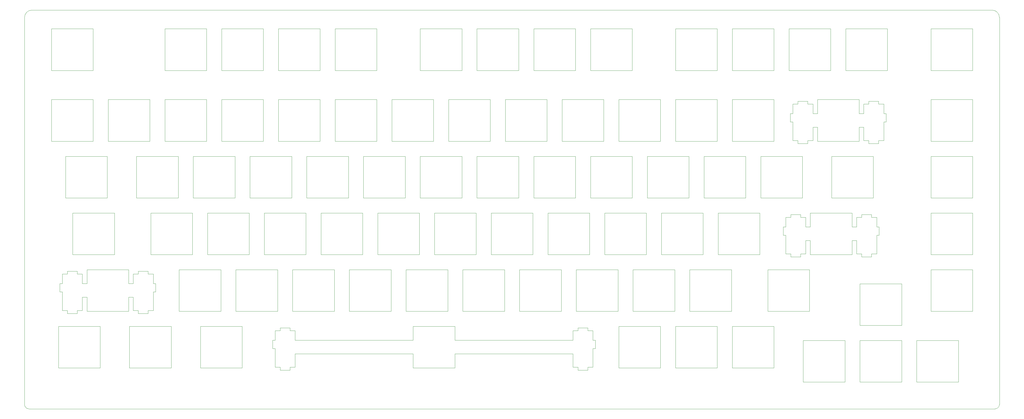
<source format=gko>
G04 Layer: BoardOutlineLayer*
G04 EasyEDA Pro v2.1.51.8c9149c1.e57db4, 2024-03-19 08:48:05*
G04 Gerber Generator version 0.3*
G04 Scale: 100 percent, Rotated: No, Reflected: No*
G04 Dimensions in millimeters*
G04 Leading zeros omitted, absolute positions, 3 integers and 5 decimals*
%FSLAX35Y35*%
%MOMM*%
%ADD10C,0.1*%
%ADD11C,0.0254*%
G75*


G04 PolygonModel Start*
G54D10*
G01X258227Y-11100D02*
G03X8227Y-261099I-0J-250000D01*
G01Y-13270684D01*
G03X158227Y-13420683I150000J0D01*
G01X32592899D01*
G03X32742899Y-13270684I0J150000D01*
G01Y-261099D01*
G03X32492899Y-11100I-249999J0D01*
G01X258227D01*
G54D11*
G01X6597280Y-8736623D02*
G01X6597280Y-10136660D01*
G01X5197253D01*
G01Y-8736623D01*
G01X6597280D01*
G01X15170425Y-8231508D02*
G01X13770328Y-8231508D01*
G01Y-6831491D01*
G01X15170425D01*
G01Y-8231508D01*
G01X9454978Y-8231508D02*
G01X8054951Y-8231508D01*
G01Y-6831491D01*
G01X9454978D01*
G01Y-8231508D01*
G01X19933256Y-8736623D02*
G01X19933256Y-10136660D01*
G01X18533159D01*
G01Y-8736623D01*
G01X19933256D01*
G01X3025172Y-8231508D02*
G01X1624988Y-8231508D01*
G01Y-6831491D01*
G01X3025172D01*
G01Y-8231508D01*
G01X12312727Y-8736623D02*
G01X12312727Y-10136660D01*
G01X10912630D01*
G01Y-8736623D01*
G01X12312727D01*
G01X18028124Y-8736623D02*
G01X18028124Y-10136660D01*
G01X16628026D01*
G01Y-8736623D01*
G01X18028124D01*
G01X24963005Y-10136660D02*
G01X24963005Y-8736623D01*
G01X26363002D01*
G01Y-10136660D01*
G01X24963005D01*
G01X31840283Y-8736623D02*
G01X31840283Y-10136660D01*
G01X30440285D01*
G01Y-8736623D01*
G01X31840283D01*
G01X16122991Y-10136660D02*
G01X14722894Y-10136660D01*
G01Y-8736623D01*
G01X16122991D01*
G01Y-10136660D01*
G01X3501455Y-8736623D02*
G01X3501455Y-9206695D01*
G01X3654016D01*
G01Y-8883663D01*
G01X3826418D01*
G01Y-8791586D01*
G01X4156481D01*
G01Y-8883663D01*
G01X4329012D01*
G01Y-9206695D01*
G01X4411568D01*
G01Y-9486595D01*
G01X4329012D01*
G01Y-10113638D01*
G01X4156481D01*
G01Y-10211765D01*
G01X3826418D01*
G01Y-10113638D01*
G01X3654016D01*
G01Y-9666717D01*
G01X3501455D01*
G01Y-10136660D01*
G01X2101408D01*
G01Y-9666717D01*
G01X1948847D01*
G01Y-10113638D01*
G01X1776305D01*
G01Y-10211765D01*
G01X1446381D01*
G01Y-10113638D01*
G01X1273840D01*
G01Y-9486595D01*
G01X1191288D01*
G01Y-9206695D01*
G01X1273840D01*
G01Y-8883663D01*
G01X1446381D01*
G01Y-8791586D01*
G01X1776305D01*
G01Y-8883663D01*
G01X1948847D01*
G01Y-9206695D01*
G01X2101408D01*
G01Y-8736623D01*
G01X3501455D01*
G01X10407545Y-8736623D02*
G01X10407545Y-10136660D01*
G01X9007517D01*
G01Y-8736623D01*
G01X10407545D01*
G01X12817762Y-8736623D02*
G01X14217859Y-8736623D01*
G01Y-10136660D01*
G01X12817762D01*
G01Y-8736623D01*
G01X20409489Y-4926358D02*
G01X20409489Y-6326375D01*
G01X19009492D01*
G01Y-4926358D01*
G01X20409489D01*
G01X18504357Y-6326375D02*
G01X17104359Y-6326375D01*
G01Y-4926358D01*
G01X18504357D01*
G01Y-6326375D01*
G01X1386984Y-6326375D02*
G01X1386984Y-4926358D01*
G01X2787036D01*
G01Y-6326375D01*
G01X1386984D01*
G01X14694092Y-6326375D02*
G01X13294095Y-6326375D01*
G01Y-4926358D01*
G01X14694092D01*
G01Y-6326375D01*
G01X21390857Y-6831491D02*
G01X22790954Y-6831491D01*
G01Y-8231508D01*
G01X21390857D01*
G01Y-6831491D01*
G01X27944312Y-7761575D02*
G01X27791901Y-7761575D01*
G01Y-8231508D01*
G01X26391704D01*
G01Y-7761575D01*
G01X26239294D01*
G01Y-8208506D01*
G01X26066582D01*
G01Y-8306623D01*
G01X25736659D01*
G01Y-8208506D01*
G01X25564147D01*
G01Y-7581473D01*
G01X25481741D01*
G01Y-7301563D01*
G01X25564147D01*
G01Y-6978531D01*
G01X25736659D01*
G01Y-6886454D01*
G01X26066582D01*
G01Y-6978531D01*
G01X26239294D01*
G01Y-7301563D01*
G01X26391704D01*
G01Y-6831491D01*
G01X27791901D01*
G01Y-7301563D01*
G01X27944312D01*
G01Y-6978531D01*
G01X28116824D01*
G01Y-6886454D01*
G01X28446947D01*
G01Y-6978531D01*
G01X28619459D01*
G01Y-7301563D01*
G01X28701865D01*
G01Y-7581473D01*
G01X28619459D01*
G01Y-8208506D01*
G01X28446947D01*
G01Y-8306623D01*
G01X28116824D01*
G01Y-8208506D01*
G01X27944312D01*
G01Y-7761575D01*
G01X31840283Y-6831491D02*
G01X31840283Y-8231508D01*
G01X30440285D01*
G01Y-6831491D01*
G01X31840283D01*
G01X9960083Y-8231508D02*
G01X9960083Y-6831491D01*
G01X11360161D01*
G01Y-8231508D01*
G01X9960083D01*
G01X23295989Y-8231508D02*
G01X23295989Y-6831491D01*
G01X24696086D01*
G01Y-8231508D01*
G01X23295989D01*
G01X12788960Y-6326375D02*
G01X11388963Y-6326375D01*
G01Y-4926358D01*
G01X12788960D01*
G01Y-6326375D01*
G01X10883828Y-4926358D02*
G01X10883828Y-6326375D01*
G01X9483800D01*
G01Y-4926358D01*
G01X10883828D01*
G01X15199227Y-4926358D02*
G01X16599224Y-4926358D01*
G01Y-6326375D01*
G01X15199227D01*
G01Y-4926358D01*
G01X7073563Y-6326375D02*
G01X5673536Y-6326375D01*
G01Y-4926358D01*
G01X7073563D01*
G01Y-6326375D01*
G01X7578668Y-4926358D02*
G01X8978695Y-4926358D01*
G01Y-6326375D01*
G01X7578668D01*
G01Y-4926358D01*
G01X15675460Y-6831491D02*
G01X17075557Y-6831491D01*
G01Y-8231508D01*
G01X15675460D01*
G01Y-6831491D01*
G01X19485725Y-6831491D02*
G01X20885822Y-6831491D01*
G01Y-8231508D01*
G01X19485725D01*
G01Y-6831491D01*
G01X18980690Y-6831491D02*
G01X18980690Y-8231508D01*
G01X17580592D01*
G01Y-6831491D01*
G01X18980690D01*
G01X5168431Y-4926358D02*
G01X5168431Y-6326375D01*
G01X3768404D01*
G01Y-4926358D01*
G01X5168431D01*
G01X27106254Y-4926358D02*
G01X28506351Y-4926358D01*
G01Y-6326375D01*
G01X27106254D01*
G01Y-4926358D01*
G01X24724889Y-4926358D02*
G01X26124886Y-4926358D01*
G01Y-6326375D01*
G01X24724889D01*
G01Y-4926358D01*
G01X30440285Y-6326375D02*
G01X30440285Y-4926358D01*
G01X31840283D01*
G01Y-6326375D01*
G01X30440285D01*
G01X22819756Y-4926358D02*
G01X24219753Y-4926358D01*
G01Y-6326375D01*
G01X22819756D01*
G01Y-4926358D01*
G01X20914624Y-4926358D02*
G01X22314621Y-4926358D01*
G01Y-6326375D01*
G01X20914624D01*
G01Y-4926358D01*
G01X6626102Y-4421243D02*
G01X6626102Y-3021226D01*
G01X8026129D01*
G01Y-4421243D01*
G01X6626102D01*
G01X28940181Y-3491299D02*
G01X28940181Y-3771208D01*
G01X28857576D01*
G01Y-4398241D01*
G01X28685063D01*
G01Y-4496358D01*
G01X28355141D01*
G01Y-4398241D01*
G01X28182629D01*
G01Y-3951310D01*
G01X28030018D01*
G01Y-4421243D01*
G01X26630021D01*
G01Y-3951310D01*
G01X26477410D01*
G01Y-4398241D01*
G01X26304898D01*
G01Y-4496358D01*
G01X25974775D01*
G01Y-4398241D01*
G01X25802463D01*
G01Y-3771208D01*
G01X25719858D01*
G01Y-3491299D01*
G01X25802463D01*
G01Y-3168266D01*
G01X25974775D01*
G01Y-3076190D01*
G01X26304898D01*
G01Y-3168266D01*
G01X26477410D01*
G01Y-3491299D01*
G01X26630021D01*
G01Y-3021226D01*
G01X28030018D01*
G01Y-3491299D01*
G01X28182629D01*
G01Y-3168266D01*
G01X28355141D01*
G01Y-3076190D01*
G01X28685063D01*
G01Y-3168266D01*
G01X28857576D01*
G01Y-3491299D01*
G01X28940181D01*
G01X2815837Y-3021226D02*
G01X4215865Y-3021226D01*
G01Y-4421243D01*
G01X2815837D01*
G01Y-3021226D01*
G01X12341329Y-3021226D02*
G01X13741526Y-3021226D01*
G01Y-4421243D01*
G01X12341329D01*
G01Y-3021226D01*
G01X4720970Y-3021226D02*
G01X6120997Y-3021226D01*
G01Y-4421243D01*
G01X4720970D01*
G01Y-3021226D01*
G01X19456923Y-3021226D02*
G01X19456923Y-4421243D01*
G01X18056926D01*
G01Y-3021226D01*
G01X19456923D01*
G01X31840283Y-4421243D02*
G01X30440285Y-4421243D01*
G01Y-3021226D01*
G01X31840283D01*
G01Y-4421243D01*
G01X2310753Y-2039848D02*
G01X910700Y-2039848D01*
G01Y-639851D01*
G01X2310753D01*
G01Y-2039848D01*
G01X8531234Y-3021226D02*
G01X9931262Y-3021226D01*
G01Y-4421243D01*
G01X8531234D01*
G01Y-3021226D01*
G01X21867190Y-4421243D02*
G01X21867190Y-3021226D01*
G01X23267187D01*
G01Y-4421243D01*
G01X21867190D01*
G01X23772322Y-4421243D02*
G01X23772322Y-3021226D01*
G01X25172319D01*
G01Y-4421243D01*
G01X23772322D01*
G01X21362055Y-3021226D02*
G01X21362055Y-4421243D01*
G01X19962058D01*
G01Y-3021226D01*
G01X21362055D01*
G01X15646658Y-3021226D02*
G01X15646658Y-4421243D01*
G01X14246661D01*
G01Y-3021226D01*
G01X15646658D01*
G01X2310753Y-4421243D02*
G01X910700Y-4421243D01*
G01Y-3021226D01*
G01X2310753D01*
G01Y-4421243D01*
G01X4720970Y-2039848D02*
G01X4720970Y-639851D01*
G01X6120997D01*
G01Y-2039848D01*
G01X4720970D01*
G01X11836394Y-4421243D02*
G01X10436227Y-4421243D01*
G01Y-3021226D01*
G01X11836394D01*
G01Y-4421243D01*
G01X17551790Y-3021226D02*
G01X17551790Y-4421243D01*
G01X16151793D01*
G01Y-3021226D01*
G01X17551790D01*
G01X19009492Y-2039848D02*
G01X19009492Y-639851D01*
G01X20409489D01*
G01Y-2039848D01*
G01X19009492D01*
G01X23267187Y-2039848D02*
G01X21867190Y-2039848D01*
G01Y-639851D01*
G01X23267187D01*
G01Y-2039848D01*
G01X10436227Y-639851D02*
G01X11836394Y-639851D01*
G01Y-2039848D01*
G01X10436227D01*
G01Y-639851D01*
G01X17104359Y-2039848D02*
G01X17104359Y-639851D01*
G01X18504357D01*
G01Y-2039848D01*
G01X17104359D01*
G01X27582587Y-639851D02*
G01X28982584Y-639851D01*
G01Y-2039848D01*
G01X27582587D01*
G01Y-639851D01*
G01X25677455Y-639851D02*
G01X27077452Y-639851D01*
G01Y-2039848D01*
G01X25677455D01*
G01Y-639851D01*
G01X8531234Y-2039848D02*
G01X8531234Y-639851D01*
G01X9931262D01*
G01Y-2039848D01*
G01X8531234D01*
G01X14694092Y-639851D02*
G01X14694092Y-2039848D01*
G01X13294095D01*
G01Y-639851D01*
G01X14694092D01*
G01X30440285Y-639851D02*
G01X31840283Y-639851D01*
G01Y-2039848D01*
G01X30440285D01*
G01Y-639851D01*
G01X25172319Y-639851D02*
G01X25172319Y-2039848D01*
G01X23772322D01*
G01Y-639851D01*
G01X25172319D01*
G01X15199227Y-639851D02*
G01X16599224Y-639851D01*
G01Y-2039848D01*
G01X15199227D01*
G01Y-639851D01*
G01X6626102Y-639851D02*
G01X8026129Y-639851D01*
G01Y-2039848D01*
G01X6626102D01*
G01Y-639851D01*
G01X23743520Y-8736623D02*
G01X23743520Y-10136660D01*
G01X22343423D01*
G01Y-8736623D01*
G01X23743520D01*
G01X20438291Y-8736623D02*
G01X21838388Y-8736623D01*
G01Y-10136660D01*
G01X20438291D01*
G01Y-8736623D01*
G01X23772322Y-12041790D02*
G01X23772322Y-10641745D01*
G01X25172319D01*
G01Y-12041790D01*
G01X23772322D01*
G01X26153688Y-11118028D02*
G01X27553785Y-11118028D01*
G01Y-12518072D01*
G01X26153688D01*
G01Y-11118028D01*
G01X18591163Y-12116898D02*
G01X18591163Y-12018774D01*
G01X18418651D01*
G01Y-11571850D01*
G01X14455976D01*
G01Y-12041790D01*
G01X13055778D01*
G01Y-11571850D01*
G01X9093113D01*
G01Y-12018774D01*
G01X8920551D01*
G01Y-12116898D01*
G01X8590468D01*
G01Y-12018774D01*
G01X8417956D01*
G01Y-11391727D01*
G01X8335541D01*
G01Y-11111828D01*
G01X8417956D01*
G01Y-10788785D01*
G01X8590468D01*
G01Y-10696729D01*
G01X8920551D01*
G01Y-10788785D01*
G01X9093113D01*
G01Y-11111828D01*
G01X13055778D01*
G01Y-10641745D01*
G01X14455976D01*
G01Y-11111828D01*
G01X18418651D01*
G01Y-10788785D01*
G01X18591163D01*
G01Y-10696729D01*
G01X18921286D01*
G01Y-10788785D01*
G01X19093797D01*
G01Y-11111828D01*
G01X19176203D01*
G01Y-11391727D01*
G01X19093797D01*
G01Y-12018774D01*
G01X18921286D01*
G01Y-12116898D01*
G01X18591163D01*
G01X29963952Y-11118028D02*
G01X31364049Y-11118028D01*
G01Y-12518072D01*
G01X29963952D01*
G01Y-11118028D01*
G01X28058820Y-11118028D02*
G01X29458917Y-11118028D01*
G01Y-12518072D01*
G01X28058820D01*
G01Y-11118028D01*
G01X19962058Y-12041790D02*
G01X19962058Y-10641745D01*
G01X21362055D01*
G01Y-12041790D01*
G01X19962058D01*
G01X8502412Y-8736623D02*
G01X8502412Y-10136660D01*
G01X7102385D01*
G01Y-8736623D01*
G01X8502412D01*
G01X23267187Y-10641745D02*
G01X23267187Y-12041790D01*
G01X21867190D01*
G01Y-10641745D01*
G01X23267187D01*
G01X5911682Y-12041790D02*
G01X5911682Y-10641745D01*
G01X7311710D01*
G01Y-12041790D01*
G01X5911682D01*
G01X3530117Y-10641745D02*
G01X4930294Y-10641745D01*
G01Y-12041790D01*
G01X3530117D01*
G01Y-10641745D01*
G01X29458917Y-9212906D02*
G01X29458917Y-10612943D01*
G01X28058820D01*
G01Y-9212906D01*
G01X29458917D01*
G01X2548889Y-10641745D02*
G01X2548889Y-12041790D01*
G01X1148843D01*
G01Y-10641745D01*
G01X2548889D01*
G01X7549846Y-6831491D02*
G01X7549846Y-8231508D01*
G01X6149819D01*
G01Y-6831491D01*
G01X7549846D01*
G01X13265293Y-6831491D02*
G01X13265293Y-8231508D01*
G01X11865196D01*
G01Y-6831491D01*
G01X13265293D01*
G01X4244687Y-8231508D02*
G01X4244687Y-6831491D01*
G01X5644714D01*
G01Y-8231508D01*
G01X4244687D01*
G04 PolygonModel End*

M02*

</source>
